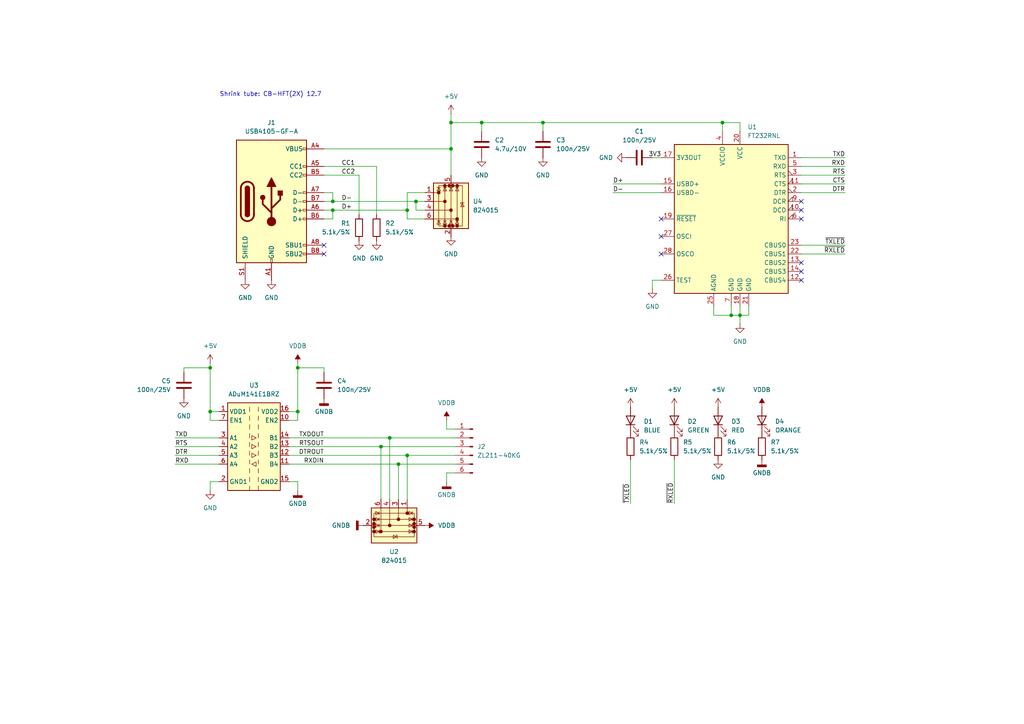
<source format=kicad_sch>
(kicad_sch (version 20231120) (generator "eeschema") (generator_version "8.0")
  (paper "A4")
  (lib_symbols
    (symbol "Connector:Conn_01x06_Pin" (pin_names (offset 1.016) hide)
      (property "Reference" "J" (at 0 7.62 0))
      (property "Value" "Conn_01x06_Pin" (at 0 -10.16 0))
      (symbol "Conn_01x06_Pin_1_1"
        (polyline (pts (xy 1.27 -7.62) (xy 0.8636 -7.62)) (stroke (width 0.1524)))
        (polyline (pts (xy 1.27 -5.08) (xy 0.8636 -5.08)) (stroke (width 0.1524)))
        (polyline (pts (xy 1.27 -2.54) (xy 0.8636 -2.54)) (stroke (width 0.1524)))
        (polyline (pts (xy 1.27 0) (xy 0.8636 0)) (stroke (width 0.1524)))
        (polyline (pts (xy 1.27 2.54) (xy 0.8636 2.54)) (stroke (width 0.1524)))
        (polyline (pts (xy 1.27 5.08) (xy 0.8636 5.08)) (stroke (width 0.1524)))
        (rectangle (start 0.8636 -7.493) (end 0 -7.747) (stroke (width 0.1524)) (fill (type outline)))
        (rectangle (start 0.8636 -4.953) (end 0 -5.207) (stroke (width 0.1524)) (fill (type outline)))
        (rectangle (start 0.8636 -2.413) (end 0 -2.667) (stroke (width 0.1524)) (fill (type outline)))
        (rectangle (start 0.8636 0.127) (end 0 -0.127) (stroke (width 0.1524)) (fill (type outline)))
        (rectangle (start 0.8636 2.667) (end 0 2.413) (stroke (width 0.1524)) (fill (type outline)))
        (rectangle (start 0.8636 5.207) (end 0 4.953) (stroke (width 0.1524)) (fill (type outline)))
        (pin passive line (at 5.08 5.08 180) (length 3.81) (name "Pin_1") (number "1"))
        (pin passive line (at 5.08 2.54 180) (length 3.81) (name "Pin_2") (number "2"))
        (pin passive line (at 5.08 0 180) (length 3.81) (name "Pin_3") (number "3"))
        (pin passive line (at 5.08 -2.54 180) (length 3.81) (name "Pin_4") (number "4"))
        (pin passive line (at 5.08 -5.08 180) (length 3.81) (name "Pin_5") (number "5"))
        (pin passive line (at 5.08 -7.62 180) (length 3.81) (name "Pin_6") (number "6"))
      )
    )
    (symbol "Connector:USB_C_Receptacle_USB2.0_16P" (pin_names (offset 1.016))
      (property "Reference" "J" (at 0 22.225 0))
      (property "Value" "USB_C_Receptacle_USB2.0_16P" (at 0 19.685 0))
      (symbol "USB_C_Receptacle_USB2.0_16P_0_0"
        (rectangle (start -0.254 -17.78) (end 0.254 -16.764))
        (rectangle (start 10.16 -14.986) (end 9.144 -15.494))
        (rectangle (start 10.16 -12.446) (end 9.144 -12.954))
        (rectangle (start 10.16 -4.826) (end 9.144 -5.334))
        (rectangle (start 10.16 -2.286) (end 9.144 -2.794))
        (rectangle (start 10.16 0.254) (end 9.144 -0.254))
        (rectangle (start 10.16 2.794) (end 9.144 2.286))
        (rectangle (start 10.16 7.874) (end 9.144 7.366))
        (rectangle (start 10.16 10.414) (end 9.144 9.906))
        (rectangle (start 10.16 15.494) (end 9.144 14.986))
      )
      (symbol "USB_C_Receptacle_USB2.0_16P_0_1"
        (rectangle (start -10.16 17.78) (end 10.16 -17.78) (stroke (width 0.254)) (fill (type background)))
        (arc (start -8.89 -3.81) (mid -6.985 -5.7067) (end -5.08 -3.81) (stroke (width 0.508)))
        (arc (start -7.62 -3.81) (mid -6.985 -4.4423) (end -6.35 -3.81) (stroke (width 0.254)))
        (arc (start -7.62 -3.81) (mid -6.985 -4.4423) (end -6.35 -3.81) (stroke (width 0.254)) (fill (type outline)))
        (rectangle (start -7.62 -3.81) (end -6.35 3.81) (stroke (width 0.254)) (fill (type outline)))
        (arc (start -6.35 3.81) (mid -6.985 4.4423) (end -7.62 3.81) (stroke (width 0.254)))
        (arc (start -6.35 3.81) (mid -6.985 4.4423) (end -7.62 3.81) (stroke (width 0.254)) (fill (type outline)))
        (arc (start -5.08 3.81) (mid -6.985 5.7067) (end -8.89 3.81) (stroke (width 0.508)))
        (circle (center -2.54 1.143) (radius 0.635) (stroke (width 0.254)) (fill (type outline)))
        (circle (center 0 -5.842) (radius 1.27) (fill (type outline)))
        (polyline (pts (xy -8.89 -3.81) (xy -8.89 3.81)) (stroke (width 0.508)))
        (polyline (pts (xy -5.08 3.81) (xy -5.08 -3.81)) (stroke (width 0.508)))
        (polyline (pts (xy 0 -5.842) (xy 0 4.318)) (stroke (width 0.508)))
        (polyline (pts (xy 0 -3.302) (xy -2.54 -0.762) (xy -2.54 0.508)) (stroke (width 0.508)))
        (polyline (pts (xy 0 -2.032) (xy 2.54 0.508) (xy 2.54 1.778)) (stroke (width 0.508)))
        (polyline (pts (xy -1.27 4.318) (xy 0 6.858) (xy 1.27 4.318) (xy -1.27 4.318)) (stroke (width 0.254)) (fill (type outline)))
        (rectangle (start 1.905 1.778) (end 3.175 3.048) (stroke (width 0.254)) (fill (type outline)))
      )
      (symbol "USB_C_Receptacle_USB2.0_16P_1_1"
        (pin passive line (at 0 -22.86 90) (length 5.08) (name "GND") (number "A1"))
        (pin passive line (at 0 -22.86 90) (length 5.08) hide (name "GND") (number "A12"))
        (pin passive line (at 15.24 15.24 180) (length 5.08) (name "VBUS") (number "A4"))
        (pin bidirectional line (at 15.24 10.16 180) (length 5.08) (name "CC1") (number "A5"))
        (pin bidirectional line (at 15.24 -2.54 180) (length 5.08) (name "D+") (number "A6"))
        (pin bidirectional line (at 15.24 2.54 180) (length 5.08) (name "D-") (number "A7"))
        (pin bidirectional line (at 15.24 -12.7 180) (length 5.08) (name "SBU1") (number "A8"))
        (pin passive line (at 15.24 15.24 180) (length 5.08) hide (name "VBUS") (number "A9"))
        (pin passive line (at 0 -22.86 90) (length 5.08) hide (name "GND") (number "B1"))
        (pin passive line (at 0 -22.86 90) (length 5.08) hide (name "GND") (number "B12"))
        (pin passive line (at 15.24 15.24 180) (length 5.08) hide (name "VBUS") (number "B4"))
        (pin bidirectional line (at 15.24 7.62 180) (length 5.08) (name "CC2") (number "B5"))
        (pin bidirectional line (at 15.24 -5.08 180) (length 5.08) (name "D+") (number "B6"))
        (pin bidirectional line (at 15.24 0 180) (length 5.08) (name "D-") (number "B7"))
        (pin bidirectional line (at 15.24 -15.24 180) (length 5.08) (name "SBU2") (number "B8"))
        (pin passive line (at 15.24 15.24 180) (length 5.08) hide (name "VBUS") (number "B9"))
        (pin passive line (at -7.62 -22.86 90) (length 5.08) (name "SHIELD") (number "S1"))
      )
    )
    (symbol "Device:C" (pin_numbers hide) (pin_names (offset 0.254))
      (property "Reference" "C" (at 0.635 2.54 0))
      (property "Value" "C" (at 0.635 -2.54 0))
      (symbol "C_0_1"
        (polyline (pts (xy -2.032 -0.762) (xy 2.032 -0.762)) (stroke (width 0.508)))
        (polyline (pts (xy -2.032 0.762) (xy 2.032 0.762)) (stroke (width 0.508)))
      )
      (symbol "C_1_1"
        (pin passive line (at 0 3.81 270) (length 2.794) (name "~") (number "1"))
        (pin passive line (at 0 -3.81 90) (length 2.794) (name "~") (number "2"))
      )
    )
    (symbol "Device:LED" (pin_numbers hide) (pin_names (offset 1.016) hide)
      (property "Reference" "D" (at 0 2.54 0))
      (property "Value" "LED" (at 0 -2.54 0))
      (symbol "LED_0_1"
        (polyline (pts (xy -1.27 -1.27) (xy -1.27 1.27)) (stroke (width 0.254)))
        (polyline (pts (xy -1.27 0) (xy 1.27 0)))
        (polyline (pts (xy 1.27 -1.27) (xy 1.27 1.27) (xy -1.27 0) (xy 1.27 -1.27)) (stroke (width 0.254)))
        (polyline (pts (xy -3.048 -0.762) (xy -4.572 -2.286) (xy -3.81 -2.286) (xy -4.572 -2.286) (xy -4.572 -1.524)))
        (polyline (pts (xy -1.778 -0.762) (xy -3.302 -2.286) (xy -2.54 -2.286) (xy -3.302 -2.286) (xy -3.302 -1.524)))
      )
      (symbol "LED_1_1"
        (pin passive line (at -3.81 0 0) (length 2.54) (name "K") (number "1"))
        (pin passive line (at 3.81 0 180) (length 2.54) (name "A") (number "2"))
      )
    )
    (symbol "Device:R" (pin_numbers hide) (pin_names (offset 0))
      (property "Reference" "R" (at 2.032 0 90))
      (property "Value" "R" (at 0 0 90))
      (symbol "R_0_1"
        (rectangle (start -1.016 -2.54) (end 1.016 2.54) (stroke (width 0.254)))
      )
      (symbol "R_1_1"
        (pin passive line (at 0 3.81 270) (length 1.27) (name "~") (number "1"))
        (pin passive line (at 0 -3.81 90) (length 1.27) (name "~") (number "2"))
      )
    )
    (symbol "Interface_USB:FT232RL"
      (property "Reference" "U" (at -16.51 22.86 0))
      (property "Value" "FT232RL" (at 10.16 22.86 0))
      (symbol "FT232RL_0_1"
        (rectangle (start -16.51 21.59) (end 16.51 -21.59) (stroke (width 0.254)) (fill (type background)))
      )
      (symbol "FT232RL_1_1"
        (pin output line (at 20.32 17.78 180) (length 3.81) (name "TXD") (number "1"))
        (pin input input_low (at 20.32 2.54 180) (length 3.81) (name "DCD") (number "10"))
        (pin input input_low (at 20.32 10.16 180) (length 3.81) (name "CTS") (number "11"))
        (pin bidirectional line (at 20.32 -17.78 180) (length 3.81) (name "CBUS4") (number "12"))
        (pin bidirectional line (at 20.32 -12.7 180) (length 3.81) (name "CBUS2") (number "13"))
        (pin bidirectional line (at 20.32 -15.24 180) (length 3.81) (name "CBUS3") (number "14"))
        (pin bidirectional line (at -20.32 10.16 0) (length 3.81) (name "USBD+") (number "15"))
        (pin bidirectional line (at -20.32 7.62 0) (length 3.81) (name "USBD-") (number "16"))
        (pin power_out line (at -20.32 17.78 0) (length 3.81) (name "3V3OUT") (number "17"))
        (pin power_in line (at 2.54 -25.4 90) (length 3.81) (name "GND") (number "18"))
        (pin input line (at -20.32 0 0) (length 3.81) (name "~{RESET}") (number "19"))
        (pin output output_low (at 20.32 7.62 180) (length 3.81) (name "DTR") (number "2"))
        (pin power_in line (at 2.54 25.4 270) (length 3.81) (name "VCC") (number "20"))
        (pin power_in line (at 5.08 -25.4 90) (length 3.81) (name "GND") (number "21"))
        (pin bidirectional line (at 20.32 -10.16 180) (length 3.81) (name "CBUS1") (number "22"))
        (pin bidirectional line (at 20.32 -7.62 180) (length 3.81) (name "CBUS0") (number "23"))
        (pin power_in line (at -5.08 -25.4 90) (length 3.81) (name "AGND") (number "25"))
        (pin input line (at -20.32 -17.78 0) (length 3.81) (name "TEST") (number "26"))
        (pin input line (at -20.32 -5.08 0) (length 3.81) (name "OSCI") (number "27"))
        (pin output line (at -20.32 -10.16 0) (length 3.81) (name "OSCO") (number "28"))
        (pin output output_low (at 20.32 12.7 180) (length 3.81) (name "RTS") (number "3"))
        (pin power_in line (at -2.54 25.4 270) (length 3.81) (name "VCCIO") (number "4"))
        (pin input line (at 20.32 15.24 180) (length 3.81) (name "RXD") (number "5"))
        (pin input input_low (at 20.32 0 180) (length 3.81) (name "RI") (number "6"))
        (pin power_in line (at 0 -25.4 90) (length 3.81) (name "GND") (number "7"))
        (pin input input_low (at 20.32 5.08 180) (length 3.81) (name "DCR") (number "9"))
      )
    )
    (symbol "Isolator:Si8641EC-B-IS1"
      (property "Reference" "U" (at 0 15.875 0))
      (property "Value" "Si8641EC-B-IS1" (at 0 13.97 0))
      (symbol "Si8641EC-B-IS1_0_1"
        (rectangle (start -7.62 12.7) (end 7.62 -12.7) (stroke (width 0.254)) (fill (type background)))
        (polyline (pts (xy -1.27 -11.43) (xy -1.27 -12.7)))
        (polyline (pts (xy -1.27 -8.89) (xy -1.27 -10.16)))
        (polyline (pts (xy -1.27 -6.35) (xy -1.27 -7.62)))
        (polyline (pts (xy -1.27 -3.81) (xy -1.27 -5.08)))
        (polyline (pts (xy -1.27 -1.27) (xy -1.27 -2.54)))
        (polyline (pts (xy -1.27 1.27) (xy -1.27 0)))
        (polyline (pts (xy -1.27 3.81) (xy -1.27 2.54)))
        (polyline (pts (xy -1.27 6.35) (xy -1.27 5.08)))
        (polyline (pts (xy -1.27 8.89) (xy -1.27 7.62)))
        (polyline (pts (xy -1.27 11.43) (xy -1.27 10.16)))
        (polyline (pts (xy 1.27 -11.43) (xy 1.27 -12.7)))
        (polyline (pts (xy 1.27 -8.89) (xy 1.27 -10.16)))
        (polyline (pts (xy 1.27 -6.35) (xy 1.27 -7.62)))
        (polyline (pts (xy 1.27 -3.81) (xy 1.27 -5.08)))
        (polyline (pts (xy 1.27 -1.27) (xy 1.27 -2.54)))
        (polyline (pts (xy 1.27 1.27) (xy 1.27 0)))
        (polyline (pts (xy 1.27 3.81) (xy 1.27 2.54)))
        (polyline (pts (xy 1.27 6.35) (xy 1.27 5.08)))
        (polyline (pts (xy 1.27 8.89) (xy 1.27 7.62)))
        (polyline (pts (xy 1.27 11.43) (xy 1.27 10.16)))
        (polyline (pts (xy -0.635 -5.08) (xy 0.635 -4.445) (xy 0.635 -5.715) (xy -0.635 -5.08)))
        (polyline (pts (xy -0.635 0.635) (xy -0.635 -0.635) (xy 0.635 0) (xy -0.635 0.635)))
        (polyline (pts (xy -0.635 3.175) (xy -0.635 1.905) (xy 0.635 2.54) (xy -0.635 3.175)))
        (polyline (pts (xy 0.635 -2.54) (xy -0.635 -1.905) (xy -0.635 -3.175) (xy 0.635 -2.54)))
      )
      (symbol "Si8641EC-B-IS1_1_1"
        (pin power_in line (at -10.16 10.16 0) (length 2.54) (name "VDD1") (number "1"))
        (pin input line (at 10.16 7.62 180) (length 2.54) (name "EN2") (number "10"))
        (pin input line (at 10.16 -5.08 180) (length 2.54) (name "B4") (number "11"))
        (pin output line (at 10.16 -2.54 180) (length 2.54) (name "B3") (number "12"))
        (pin output line (at 10.16 0 180) (length 2.54) (name "B2") (number "13"))
        (pin output line (at 10.16 2.54 180) (length 2.54) (name "B1") (number "14"))
        (pin power_in line (at 10.16 -10.16 180) (length 2.54) (name "GND2") (number "15"))
        (pin power_in line (at 10.16 10.16 180) (length 2.54) (name "VDD2") (number "16"))
        (pin power_in line (at -10.16 -10.16 0) (length 2.54) (name "GND1") (number "2"))
        (pin input line (at -10.16 2.54 0) (length 2.54) (name "A1") (number "3"))
        (pin input line (at -10.16 0 0) (length 2.54) (name "A2") (number "4"))
        (pin input line (at -10.16 -2.54 0) (length 2.54) (name "A3") (number "5"))
        (pin output line (at -10.16 -5.08 0) (length 2.54) (name "A4") (number "6"))
        (pin input line (at -10.16 7.62 0) (length 2.54) (name "EN1") (number "7"))
        (pin passive line (at -10.16 -10.16 0) (length 2.54) hide (name "GND1") (number "8"))
        (pin passive line (at 10.16 -10.16 180) (length 2.54) hide (name "GND2") (number "9"))
      )
    )
    (symbol "Power_Protection:WE-TVS-824015043" (pin_names hide)
      (property "Reference" "U" (at 0 12.7 0))
      (property "Value" "WE-TVS-824015043" (at 0 10.16 0))
      (symbol "WE-TVS-824015043_0_0"
        (circle (center -3.556 2.54) (radius 0.0001) (stroke (width 0.508)))
        (circle (center -1.778 -7.112) (radius 0.0001) (stroke (width 0.508)))
        (circle (center -1.778 0) (radius 0.0001) (stroke (width 0.508)))
        (circle (center -1.778 4.572) (radius 0.0001) (stroke (width 0.508)))
        (circle (center -0.508 -7.112) (radius 0.0001) (stroke (width 0.508)))
        (circle (center -0.508 4.572) (radius 0.0001) (stroke (width 0.508)))
        (circle (center 0 -2.54) (radius 0.0001) (stroke (width 0.508)))
        (circle (center 0.508 -7.112) (radius 0.0001) (stroke (width 0.508)))
        (circle (center 0.508 4.572) (radius 0.0001) (stroke (width 0.508)))
        (circle (center 1.778 -7.112) (radius 0.0001) (stroke (width 0.508)))
        (circle (center 1.778 -5.08) (radius 0.0001) (stroke (width 0.508)))
        (circle (center 1.778 4.572) (radius 0.0001) (stroke (width 0.508)))
      )
      (symbol "WE-TVS-824015043_0_1"
        (polyline (pts (xy -5.08 -5.08) (xy 1.778 -5.08)))
        (polyline (pts (xy -5.08 -2.54) (xy 0 -2.54)))
        (polyline (pts (xy -5.08 0) (xy -1.778 0)))
        (polyline (pts (xy -5.08 2.54) (xy -3.556 2.54)))
        (polyline (pts (xy -4.064 -5.588) (xy -3.048 -5.588)))
        (polyline (pts (xy -3.048 4.064) (xy -4.064 4.064)))
        (polyline (pts (xy -2.286 -5.588) (xy -1.27 -5.588)))
        (polyline (pts (xy -2.286 4.064) (xy -1.27 4.064)))
        (polyline (pts (xy -0.508 -5.588) (xy 0.508 -5.588)))
        (polyline (pts (xy 0 5.08) (xy 0.508 4.572)))
        (polyline (pts (xy 0.508 -7.112) (xy -0.508 -7.112)))
        (polyline (pts (xy 0.508 4.064) (xy -0.508 4.064)))
        (polyline (pts (xy 1.27 4.064) (xy 2.286 4.064)))
        (polyline (pts (xy 2.286 -5.588) (xy 1.27 -5.588)))
        (polyline (pts (xy 2.794 -0.762) (xy 2.794 -0.381) (xy 3.81 -0.381)))
        (polyline (pts (xy -4.064 3.048) (xy -3.048 3.048) (xy -3.556 4.064) (xy -4.064 3.048)))
        (polyline (pts (xy -3.048 -6.604) (xy -4.064 -6.604) (xy -3.556 -5.588) (xy -3.048 -6.604)))
        (polyline (pts (xy -1.27 -6.604) (xy -2.286 -6.604) (xy -1.778 -5.588) (xy -1.27 -6.604)))
        (polyline (pts (xy -1.27 3.048) (xy -2.286 3.048) (xy -1.778 4.064) (xy -1.27 3.048)))
        (polyline (pts (xy -0.508 -6.604) (xy 0.508 -6.604) (xy 0 -5.588) (xy -0.508 -6.604)))
        (polyline (pts (xy -0.508 3.048) (xy 0.508 3.048) (xy 0 4.064) (xy -0.508 3.048)))
        (polyline (pts (xy 1.27 -6.604) (xy 2.286 -6.604) (xy 1.778 -5.588) (xy 1.27 -6.604)))
        (polyline (pts (xy 1.778 4.572) (xy 3.302 4.572) (xy 3.302 -7.112) (xy 1.778 -7.112)))
        (polyline (pts (xy 2.286 3.048) (xy 1.27 3.048) (xy 1.778 4.064) (xy 2.286 3.048)))
        (polyline (pts (xy 3.81 -1.524) (xy 2.794 -1.524) (xy 3.302 -0.508) (xy 3.81 -1.524)))
      )
      (symbol "WE-TVS-824015043_1_1"
        (rectangle (start -5.08 5.334) (end 5.08 -7.874) (stroke (width 0.254)) (fill (type background)))
        (polyline (pts (xy -1.778 4.572) (xy -3.556 4.572) (xy -3.556 -7.112) (xy -1.778 -7.112)))
        (polyline (pts (xy -0.508 4.572) (xy 1.778 4.572) (xy 1.778 -7.112) (xy 0.508 -7.112)))
        (polyline (pts (xy 0.508 -7.112) (xy 0 -6.604) (xy 0 4.064) (xy -0.508 4.572)))
        (polyline (pts (xy 0 -7.62) (xy -0.508 -7.112) (xy -1.778 -7.112) (xy -1.778 4.572) (xy -0.508 4.572)))
        (pin passive line (at -7.62 2.54 0) (length 2.54) (name "I/O1") (number "1"))
        (pin passive line (at 0 -10.16 90) (length 2.54) (name "GND") (number "2"))
        (pin passive line (at -7.62 0 0) (length 2.54) (name "I/O2") (number "3"))
        (pin passive line (at -7.62 -2.54 0) (length 2.54) (name "I/O3") (number "4"))
        (pin passive line (at 0 7.62 270) (length 2.54) (name "VBUS") (number "5"))
        (pin passive line (at -7.62 -5.08 0) (length 2.54) (name "I/O4") (number "6"))
      )
    )
    (symbol "power:+5V" (power) (pin_numbers hide) (pin_names (offset 0) hide)
      (property "Value" "+5V" (at 0 3.556 0))
      (symbol "+5V_0_1"
        (polyline (pts (xy -0.762 1.27) (xy 0 2.54)))
        (polyline (pts (xy 0 0) (xy 0 2.54)))
        (polyline (pts (xy 0 2.54) (xy 0.762 1.27)))
      )
      (symbol "+5V_1_1"
        (pin power_in line (at 0 0 90) (length 0) (name "~") (number "1"))
      )
    )
    (symbol "power:GND" (power) (pin_numbers hide) (pin_names (offset 0) hide)
      (property "Value" "GND" (at 0 -3.81 0))
      (symbol "GND_0_1"
        (polyline (pts (xy 0 0) (xy 0 -1.27) (xy 1.27 -1.27) (xy 0 -2.54) (xy -1.27 -1.27) (xy 0 -1.27)))
      )
      (symbol "GND_1_1"
        (pin power_in line (at 0 0 270) (length 0) (name "~") (number "1"))
      )
    )
    (symbol "power:GNDD" (power) (pin_numbers hide) (pin_names (offset 0) hide)
      (property "Value" "GNDD" (at 0 -3.175 0))
      (symbol "GNDD_0_1"
        (rectangle (start -1.27 -1.524) (end 1.27 -2.032) (stroke (width 0.254)) (fill (type outline)))
        (polyline (pts (xy 0 0) (xy 0 -1.524)))
      )
      (symbol "GNDD_1_1"
        (pin power_in line (at 0 0 270) (length 0) (name "~") (number "1"))
      )
    )
    (symbol "power:VSS" (power) (pin_numbers hide) (pin_names (offset 0) hide)
      (property "Value" "VSS" (at 0 3.556 0))
      (symbol "VSS_0_1"
        (polyline (pts (xy 0 0) (xy 0 2.54)))
        (polyline (pts (xy 0.762 1.27) (xy -0.762 1.27) (xy 0 2.54) (xy 0.762 1.27)) (fill (type outline)))
      )
      (symbol "VSS_1_1"
        (pin power_in line (at 0 0 90) (length 0) (name "~") (number "1"))
      )
    )
  )
  (junction (at 118.11 132.08))
  (junction (at 130.81 43.18))
  (junction (at 139.7 35.56))
  (junction (at 214.63 91.44))
  (junction (at 120.65 58.42))
  (junction (at 209.55 35.56))
  (junction (at 96.52 60.96))
  (junction (at 212.09 91.44))
  (junction (at 60.96 119.38))
  (junction (at 157.48 35.56))
  (junction (at 115.57 134.62))
  (junction (at 86.36 119.38))
  (junction (at 110.49 129.54))
  (junction (at 86.36 106.68))
  (junction (at 118.11 60.96))
  (junction (at 130.81 35.56))
  (junction (at 60.96 106.68))
  (junction (at 113.03 127))
  (junction (at 96.52 58.42))
  (no_connect (at 232.41 60.96))
  (no_connect (at 232.41 58.42))
  (no_connect (at 93.98 73.66))
  (no_connect (at 232.41 63.5))
  (no_connect (at 232.41 76.2))
  (no_connect (at 232.41 78.74))
  (no_connect (at 191.77 68.58))
  (no_connect (at 191.77 63.5))
  (no_connect (at 191.77 73.66))
  (no_connect (at 93.98 71.12))
  (no_connect (at 232.41 81.28))
  (wire (pts (xy 217.17 88.9) (xy 217.17 91.44)))
  (wire (pts (xy 60.96 105.41) (xy 60.96 106.68)))
  (wire (pts (xy 212.09 88.9) (xy 212.09 91.44)))
  (wire (pts (xy 118.11 132.08) (xy 132.08 132.08)))
  (wire (pts (xy 139.7 35.56) (xy 130.81 35.56)))
  (wire (pts (xy 212.09 91.44) (xy 214.63 91.44)))
  (wire (pts (xy 104.14 50.8) (xy 93.98 50.8)))
  (wire (pts (xy 177.8 53.34) (xy 191.77 53.34)))
  (wire (pts (xy 182.88 133.35) (xy 182.88 146.05)))
  (wire (pts (xy 96.52 60.96) (xy 118.11 60.96)))
  (wire (pts (xy 83.82 121.92) (xy 86.36 121.92)))
  (wire (pts (xy 86.36 106.68) (xy 93.98 106.68)))
  (wire (pts (xy 129.54 137.16) (xy 132.08 137.16)))
  (wire (pts (xy 93.98 63.5) (xy 96.52 63.5)))
  (wire (pts (xy 110.49 129.54) (xy 132.08 129.54)))
  (wire (pts (xy 63.5 129.54) (xy 50.8 129.54)))
  (wire (pts (xy 115.57 134.62) (xy 115.57 144.78)))
  (wire (pts (xy 189.23 83.82) (xy 189.23 81.28)))
  (wire (pts (xy 209.55 35.56) (xy 214.63 35.56)))
  (wire (pts (xy 214.63 91.44) (xy 217.17 91.44)))
  (wire (pts (xy 130.81 35.56) (xy 130.81 43.18)))
  (wire (pts (xy 232.41 55.88) (xy 245.11 55.88)))
  (wire (pts (xy 118.11 132.08) (xy 118.11 144.78)))
  (wire (pts (xy 189.23 45.72) (xy 191.77 45.72)))
  (wire (pts (xy 120.65 60.96) (xy 120.65 58.42)))
  (wire (pts (xy 177.8 55.88) (xy 191.77 55.88)))
  (wire (pts (xy 83.82 119.38) (xy 86.36 119.38)))
  (wire (pts (xy 63.5 127) (xy 50.8 127)))
  (wire (pts (xy 129.54 139.7) (xy 129.54 137.16)))
  (wire (pts (xy 232.41 73.66) (xy 245.11 73.66)))
  (wire (pts (xy 214.63 35.56) (xy 214.63 38.1)))
  (wire (pts (xy 86.36 139.7) (xy 86.36 142.24)))
  (wire (pts (xy 63.5 121.92) (xy 60.96 121.92)))
  (wire (pts (xy 157.48 35.56) (xy 139.7 35.56)))
  (wire (pts (xy 157.48 35.56) (xy 209.55 35.56)))
  (wire (pts (xy 118.11 60.96) (xy 118.11 63.5)))
  (wire (pts (xy 113.03 127) (xy 113.03 144.78)))
  (wire (pts (xy 214.63 88.9) (xy 214.63 91.44)))
  (wire (pts (xy 93.98 60.96) (xy 96.52 60.96)))
  (wire (pts (xy 130.81 43.18) (xy 130.81 50.8)))
  (wire (pts (xy 83.82 134.62) (xy 115.57 134.62)))
  (wire (pts (xy 53.34 106.68) (xy 60.96 106.68)))
  (wire (pts (xy 60.96 121.92) (xy 60.96 119.38)))
  (wire (pts (xy 120.65 58.42) (xy 123.19 58.42)))
  (wire (pts (xy 104.14 62.23) (xy 104.14 50.8)))
  (wire (pts (xy 115.57 134.62) (xy 132.08 134.62)))
  (wire (pts (xy 207.01 91.44) (xy 212.09 91.44)))
  (wire (pts (xy 130.81 33.02) (xy 130.81 35.56)))
  (wire (pts (xy 118.11 55.88) (xy 118.11 60.96)))
  (wire (pts (xy 123.19 60.96) (xy 120.65 60.96)))
  (wire (pts (xy 96.52 60.96) (xy 96.52 63.5)))
  (wire (pts (xy 83.82 132.08) (xy 118.11 132.08)))
  (wire (pts (xy 93.98 43.18) (xy 130.81 43.18)))
  (wire (pts (xy 93.98 48.26) (xy 109.22 48.26)))
  (wire (pts (xy 129.54 121.92) (xy 129.54 124.46)))
  (wire (pts (xy 232.41 50.8) (xy 245.11 50.8)))
  (wire (pts (xy 129.54 124.46) (xy 132.08 124.46)))
  (wire (pts (xy 86.36 106.68) (xy 86.36 105.41)))
  (wire (pts (xy 53.34 107.95) (xy 53.34 106.68)))
  (wire (pts (xy 139.7 35.56) (xy 139.7 38.1)))
  (wire (pts (xy 83.82 129.54) (xy 110.49 129.54)))
  (wire (pts (xy 93.98 58.42) (xy 96.52 58.42)))
  (wire (pts (xy 110.49 129.54) (xy 110.49 144.78)))
  (wire (pts (xy 195.58 133.35) (xy 195.58 146.05)))
  (wire (pts (xy 209.55 38.1) (xy 209.55 35.56)))
  (wire (pts (xy 60.96 119.38) (xy 63.5 119.38)))
  (wire (pts (xy 109.22 48.26) (xy 109.22 62.23)))
  (wire (pts (xy 113.03 127) (xy 132.08 127)))
  (wire (pts (xy 93.98 55.88) (xy 96.52 55.88)))
  (wire (pts (xy 60.96 106.68) (xy 60.96 119.38)))
  (wire (pts (xy 123.19 63.5) (xy 118.11 63.5)))
  (wire (pts (xy 123.19 55.88) (xy 118.11 55.88)))
  (wire (pts (xy 60.96 139.7) (xy 63.5 139.7)))
  (wire (pts (xy 232.41 48.26) (xy 245.11 48.26)))
  (wire (pts (xy 189.23 81.28) (xy 191.77 81.28)))
  (wire (pts (xy 96.52 58.42) (xy 120.65 58.42)))
  (wire (pts (xy 83.82 139.7) (xy 86.36 139.7)))
  (wire (pts (xy 63.5 134.62) (xy 50.8 134.62)))
  (wire (pts (xy 207.01 88.9) (xy 207.01 91.44)))
  (wire (pts (xy 93.98 107.95) (xy 93.98 106.68)))
  (wire (pts (xy 232.41 53.34) (xy 245.11 53.34)))
  (wire (pts (xy 63.5 132.08) (xy 50.8 132.08)))
  (wire (pts (xy 86.36 121.92) (xy 86.36 119.38)))
  (wire (pts (xy 96.52 58.42) (xy 96.52 55.88)))
  (wire (pts (xy 86.36 119.38) (xy 86.36 106.68)))
  (wire (pts (xy 157.48 35.56) (xy 157.48 38.1)))
  (wire (pts (xy 83.82 127) (xy 113.03 127)))
  (wire (pts (xy 60.96 142.24) (xy 60.96 139.7)))
  (wire (pts (xy 232.41 71.12) (xy 245.11 71.12)))
  (wire (pts (xy 214.63 91.44) (xy 214.63 93.98)))
  (wire (pts (xy 232.41 45.72) (xy 245.11 45.72)))
  (text "Shrink tube: CB-HFT(2X) 12.7" (at 78.486 27.432 0) (effects (font (size 1.27 1.27))))
  (label "D+" (at 177.8 53.34 0))
  (label "TXD" (at 245.11 45.72 180))
  (label "RXDIN" (at 93.98 134.62 180))
  (label "RXD" (at 50.8 134.62 0))
  (label "TXD" (at 50.8 127 0))
  (label "D-" (at 99.06 58.42 0))
  (label "~{RXLED}" (at 195.58 146.05 90))
  (label "RTSOUT" (at 93.98 129.54 180))
  (label "RXD" (at 245.11 48.26 180))
  (label "~{TXLED}" (at 245.11 71.12 180))
  (label "D-" (at 177.8 55.88 0))
  (label "CC1" (at 99.06 48.26 0))
  (label "RTS" (at 50.8 129.54 0))
  (label "~{RXLED}" (at 245.11 73.66 180))
  (label "DTR" (at 245.11 55.88 180))
  (label "CTS" (at 245.11 53.34 180))
  (label "~{TXLED}" (at 182.88 146.05 90))
  (label "CC2" (at 99.06 50.8 0))
  (label "TXDOUT" (at 93.98 127 180))
  (label "DTR" (at 50.8 132.08 0))
  (label "DTROUT" (at 93.98 132.08 180))
  (label "RTS" (at 245.11 50.8 180))
  (label "3V3" (at 191.77 45.72 180))
  (label "D+" (at 99.06 60.96 0))
  (symbol (lib_id "power:+5V") (at 182.88 118.11 0) (unit 1)
    (property "Reference" "#PWR018" (effects (hide yes)))
    (property "Value" "+5V" (at 182.88 113.03 0))
    (property "Description" "Power symbol creates a global label with name \"+5V\"" (effects (hide yes)))
  )
  (symbol (lib_id "power:VSS") (at 123.19 152.4 270) (unit 1)
    (property "Reference" "#PWR028" (effects (hide yes)))
    (property "Value" "VDDB" (at 127 152.3999 90) (effects (justify left)))
    (property "Description" "Power symbol creates a global label with name \"VSS\"" (effects (hide yes)))
  )
  (symbol (lib_id "Interface_USB:FT232RL") (at 212.09 63.5 0) (unit 1)
    (property "Reference" "U1" (at 216.8241 36.83 0) (effects (justify left)))
    (property "Value" "FT232RNL" (at 216.8241 39.37 0) (effects (justify left)))
    (property "Footprint" "Package_SO:SSOP-28_5.3x10.2mm_P0.65mm" (effects (hide yes)))
    (property "Datasheet" "https://ftdichip.com/wp-content/uploads/2022/07/DS_FT232RN.pdf" (effects (hide yes)))
    (property "Description" "USB to Serial Interface, SSOP-28" (effects (hide yes)))
  )
  (symbol (lib_id "Power_Protection:WE-TVS-824015043") (at 115.57 152.4 270) (unit 1)
    (property "Reference" "U2" (at 114.3 160.02 90))
    (property "Value" "824015" (at 114.3 162.56 90))
    (property "Footprint" "Package_TO_SOT_SMD:SOT-23-6" (effects (hide yes)))
    (property "Datasheet" "https://www.we-online.com/components/products/datasheet/824015.pdf" (effects (hide yes)))
    (property "Description" "Low Capacitance TVS Diode Array, 2 Channels, SOT-23-6" (effects (hide yes)))
  )
  (symbol (lib_id "power:VSS") (at 220.98 118.11 0) (unit 1)
    (property "Reference" "#PWR021" (effects (hide yes)))
    (property "Value" "VDDB" (at 220.98 113.03 0))
    (property "Description" "Power symbol creates a global label with name \"VSS\"" (effects (hide yes)))
  )
  (symbol (lib_id "Device:C") (at 93.98 111.76 180) (unit 1)
    (property "Reference" "C4" (at 97.79 110.4899 0) (effects (justify right)))
    (property "Value" "100n/25V" (at 97.79 113.0299 0) (effects (justify right)))
    (property "Footprint" "Capacitor_SMD:C_0603_1608Metric" (effects (hide yes)))
    (property "Description" "Unpolarized capacitor" (effects (hide yes)))
  )
  (symbol (lib_id "power:GND") (at 53.34 115.57 0) (mirror y) (unit 1)
    (property "Reference" "#PWR025" (effects (hide yes)))
    (property "Value" "GND" (at 53.34 120.65 0))
    (property "Description" "Power symbol creates a global label with name \"GND\" , ground" (effects (hide yes)))
  )
  (symbol (lib_id "power:GND") (at 208.28 133.35 0) (unit 1)
    (property "Reference" "#PWR022" (effects (hide yes)))
    (property "Value" "GND" (at 208.28 138.43 0))
    (property "Description" "Power symbol creates a global label with name \"GND\" , ground" (effects (hide yes)))
  )
  (symbol (lib_id "power:GND") (at 181.61 45.72 270) (unit 1)
    (property "Reference" "#PWR04" (effects (hide yes)))
    (property "Value" "GND" (at 177.8 45.7199 90) (effects (justify right)))
    (property "Description" "Power symbol creates a global label with name \"GND\" , ground" (effects (hide yes)))
  )
  (symbol (lib_id "power:GND") (at 139.7 45.72 0) (unit 1)
    (property "Reference" "#PWR010" (effects (hide yes)))
    (property "Value" "GND" (at 139.7 50.8 0))
    (property "Description" "Power symbol creates a global label with name \"GND\" , ground" (effects (hide yes)))
  )
  (symbol (lib_id "Device:C") (at 139.7 41.91 0) (unit 1)
    (property "Reference" "C2" (at 143.51 40.6399 0) (effects (justify left)))
    (property "Value" "4.7u/10V" (at 143.51 43.1799 0) (effects (justify left)))
    (property "Footprint" "Capacitor_SMD:C_0805_2012Metric" (effects (hide yes)))
    (property "Description" "Unpolarized capacitor" (effects (hide yes)))
  )
  (symbol (lib_id "power:VSS") (at 129.54 121.92 0) (unit 1)
    (property "Reference" "#PWR012" (effects (hide yes)))
    (property "Value" "VDDB" (at 129.54 116.84 0))
    (property "Description" "Power symbol creates a global label with name \"VSS\"" (effects (hide yes)))
  )
  (symbol (lib_id "power:GNDD") (at 220.98 133.35 0) (unit 1)
    (property "Reference" "#PWR023" (effects (hide yes)))
    (property "Value" "GNDB" (at 220.98 137.16 0))
    (property "Description" "Power symbol creates a global label with name \"GNDD\" , digital ground" (effects (hide yes)))
  )
  (symbol (lib_id "Device:LED") (at 195.58 121.92 90) (unit 1)
    (property "Reference" "D2" (at 199.39 122.2374 90) (effects (justify right)))
    (property "Value" "GREEN" (at 199.39 124.7774 90) (effects (justify right)))
    (property "Footprint" "LED_SMD:LED_0603_1608Metric" (effects (hide yes)))
    (property "Description" "Light emitting diode" (effects (hide yes)))
  )
  (symbol (lib_id "Isolator:Si8641EC-B-IS1") (at 73.66 129.54 0) (unit 1)
    (property "Reference" "U3" (at 73.66 111.76 0))
    (property "Value" "ADuM141E1BRZ" (at 73.66 114.3 0))
    (property "Footprint" "Package_SO:SOIC-16_3.9x9.9mm_P1.27mm" (effects (hide yes)))
    (property "Datasheet" "https://www.analog.com/media/en/technical-documentation/data-sheets/ADuM140D_140E_141D_141E_142D_142E.pdf" (effects (hide yes)))
    (property "Description" "3.0 kV RMS/3.75 kV RMS Quad Digital Isolators" (effects (hide yes)))
  )
  (symbol (lib_id "Device:R") (at 208.28 129.54 0) (unit 1)
    (property "Reference" "R6" (at 210.82 128.2699 0) (effects (justify left)))
    (property "Value" "5.1k/5%" (at 210.82 130.8099 0) (effects (justify left)))
    (property "Footprint" "Resistor_SMD:R_0603_1608Metric" (effects (hide yes)))
    (property "Description" "Resistor" (effects (hide yes)))
  )
  (symbol (lib_id "power:GND") (at 71.12 81.28 0) (unit 1)
    (property "Reference" "#PWR06" (effects (hide yes)))
    (property "Value" "GND" (at 71.12 86.36 0))
    (property "Description" "Power symbol creates a global label with name \"GND\" , ground" (effects (hide yes)))
  )
  (symbol (lib_id "Device:C") (at 185.42 45.72 90) (unit 1)
    (property "Reference" "C1" (at 185.42 38.1 90))
    (property "Value" "100n/25V" (at 185.42 40.64 90))
    (property "Footprint" "Capacitor_SMD:C_0603_1608Metric" (effects (hide yes)))
    (property "Description" "Unpolarized capacitor" (effects (hide yes)))
  )
  (symbol (lib_id "power:+5V") (at 195.58 118.11 0) (unit 1)
    (property "Reference" "#PWR019" (effects (hide yes)))
    (property "Value" "+5V" (at 195.58 113.03 0))
    (property "Description" "Power symbol creates a global label with name \"+5V\"" (effects (hide yes)))
  )
  (symbol (lib_id "Device:LED") (at 220.98 121.92 90) (unit 1)
    (property "Reference" "D4" (at 224.79 122.2374 90) (effects (justify right)))
    (property "Value" "ORANGE" (at 224.79 124.7774 90) (effects (justify right)))
    (property "Footprint" "LED_SMD:LED_0603_1608Metric" (effects (hide yes)))
    (property "Description" "Light emitting diode" (effects (hide yes)))
  )
  (symbol (lib_id "Device:LED") (at 182.88 121.92 90) (unit 1)
    (property "Reference" "D1" (at 186.69 122.2374 90) (effects (justify right)))
    (property "Value" "BLUE" (at 186.69 124.7774 90) (effects (justify right)))
    (property "Footprint" "LED_SMD:LED_0603_1608Metric" (effects (hide yes)))
    (property "Description" "Light emitting diode" (effects (hide yes)))
  )
  (symbol (lib_id "power:GNDD") (at 105.41 152.4 270) (unit 1)
    (property "Reference" "#PWR027" (effects (hide yes)))
    (property "Value" "GNDB" (at 101.6 152.3999 90) (effects (justify right)))
    (property "Description" "Power symbol creates a global label with name \"GNDD\" , digital ground" (effects (hide yes)))
  )
  (symbol (lib_id "power:GND") (at 130.81 68.58 0) (unit 1)
    (property "Reference" "#PWR09" (effects (hide yes)))
    (property "Value" "GND" (at 130.81 73.66 0))
    (property "Description" "Power symbol creates a global label with name \"GND\" , ground" (effects (hide yes)))
  )
  (symbol (lib_id "power:GND") (at 78.74 81.28 0) (unit 1)
    (property "Reference" "#PWR05" (effects (hide yes)))
    (property "Value" "GND" (at 78.74 86.36 0))
    (property "Description" "Power symbol creates a global label with name \"GND\" , ground" (effects (hide yes)))
  )
  (symbol (lib_id "Power_Protection:WE-TVS-824015043") (at 130.81 58.42 0) (unit 1)
    (property "Reference" "U4" (at 137.16 58.4199 0) (effects (justify left)))
    (property "Value" "824015" (at 137.16 60.9599 0) (effects (justify left)))
    (property "Footprint" "Package_TO_SOT_SMD:SOT-23-6" (effects (hide yes)))
    (property "Datasheet" "https://www.we-online.com/components/products/datasheet/824015.pdf" (effects (hide yes)))
    (property "Description" "Low Capacitance TVS Diode Array, 2 Channels, SOT-23-6" (effects (hide yes)))
  )
  (symbol (lib_id "Device:R") (at 195.58 129.54 0) (unit 1)
    (property "Reference" "R5" (at 198.12 128.2699 0) (effects (justify left)))
    (property "Value" "5.1k/5%" (at 198.12 130.8099 0) (effects (justify left)))
    (property "Footprint" "Resistor_SMD:R_0603_1608Metric" (effects (hide yes)))
    (property "Description" "Resistor" (effects (hide yes)))
  )
  (symbol (lib_id "Device:C") (at 53.34 111.76 0) (mirror x) (unit 1)
    (property "Reference" "C5" (at 49.53 110.4899 0) (effects (justify right)))
    (property "Value" "100n/25V" (at 49.53 113.0299 0) (effects (justify right)))
    (property "Footprint" "Capacitor_SMD:C_0603_1608Metric" (effects (hide yes)))
    (property "Description" "Unpolarized capacitor" (effects (hide yes)))
  )
  (symbol (lib_id "power:GNDD") (at 93.98 115.57 0) (unit 1)
    (property "Reference" "#PWR024" (effects (hide yes)))
    (property "Value" "GNDB" (at 93.98 119.38 0))
    (property "Description" "Power symbol creates a global label with name \"GNDD\" , digital ground" (effects (hide yes)))
  )
  (symbol (lib_id "power:GND") (at 104.14 69.85 0) (unit 1)
    (property "Reference" "#PWR07" (effects (hide yes)))
    (property "Value" "GND" (at 104.14 74.93 0))
    (property "Description" "Power symbol creates a global label with name \"GND\" , ground" (effects (hide yes)))
  )
  (symbol (lib_id "power:GNDD") (at 129.54 139.7 0) (unit 1)
    (property "Reference" "#PWR013" (effects (hide yes)))
    (property "Value" "GNDB" (at 129.54 143.51 0))
    (property "Description" "Power symbol creates a global label with name \"GNDD\" , digital ground" (effects (hide yes)))
  )
  (symbol (lib_id "Device:R") (at 220.98 129.54 0) (unit 1)
    (property "Reference" "R7" (at 223.52 128.2699 0) (effects (justify left)))
    (property "Value" "5.1k/5%" (at 223.52 130.8099 0) (effects (justify left)))
    (property "Footprint" "Resistor_SMD:R_0603_1608Metric" (effects (hide yes)))
    (property "Description" "Resistor" (effects (hide yes)))
  )
  (symbol (lib_id "Device:LED") (at 208.28 121.92 90) (unit 1)
    (property "Reference" "D3" (at 212.09 122.2374 90) (effects (justify right)))
    (property "Value" "RED" (at 212.09 124.7774 90) (effects (justify right)))
    (property "Footprint" "LED_SMD:LED_0603_1608Metric" (effects (hide yes)))
    (property "Description" "Light emitting diode" (effects (hide yes)))
  )
  (symbol (lib_id "Device:R") (at 109.22 66.04 0) (unit 1)
    (property "Reference" "R2" (at 111.76 64.7699 0) (effects (justify left)))
    (property "Value" "5.1k/5%" (at 111.76 67.3099 0) (effects (justify left)))
    (property "Footprint" "Resistor_SMD:R_0603_1608Metric" (effects (hide yes)))
    (property "Description" "Resistor" (effects (hide yes)))
  )
  (symbol (lib_id "power:GNDD") (at 86.36 142.24 0) (unit 1)
    (property "Reference" "#PWR014" (effects (hide yes)))
    (property "Value" "GNDB" (at 86.36 146.05 0))
    (property "Description" "Power symbol creates a global label with name \"GNDD\" , digital ground" (effects (hide yes)))
  )
  (symbol (lib_id "power:+5V") (at 60.96 105.41 0) (unit 1)
    (property "Reference" "#PWR017" (effects (hide yes)))
    (property "Value" "+5V" (at 60.96 100.33 0))
    (property "Description" "Power symbol creates a global label with name \"+5V\"" (effects (hide yes)))
  )
  (symbol (lib_id "power:GND") (at 189.23 83.82 0) (unit 1)
    (property "Reference" "#PWR03" (effects (hide yes)))
    (property "Value" "GND" (at 189.23 88.9 0))
    (property "Description" "Power symbol creates a global label with name \"GND\" , ground" (effects (hide yes)))
  )
  (symbol (lib_id "power:GND") (at 157.48 45.72 0) (unit 1)
    (property "Reference" "#PWR011" (effects (hide yes)))
    (property "Value" "GND" (at 157.48 50.8 0))
    (property "Description" "Power symbol creates a global label with name \"GND\" , ground" (effects (hide yes)))
  )
  (symbol (lib_id "Device:C") (at 157.48 41.91 180) (unit 1)
    (property "Reference" "C3" (at 161.29 40.6399 0) (effects (justify right)))
    (property "Value" "100n/25V" (at 161.29 43.1799 0) (effects (justify right)))
    (property "Footprint" "Capacitor_SMD:C_0603_1608Metric" (effects (hide yes)))
    (property "Description" "Unpolarized capacitor" (effects (hide yes)))
  )
  (symbol (lib_id "power:VSS") (at 86.36 105.41 0) (unit 1)
    (property "Reference" "#PWR016" (effects (hide yes)))
    (property "Value" "VDDB" (at 86.36 100.33 0))
    (property "Description" "Power symbol creates a global label with name \"VSS\"" (effects (hide yes)))
  )
  (symbol (lib_id "power:GND") (at 60.96 142.24 0) (unit 1)
    (property "Reference" "#PWR015" (effects (hide yes)))
    (property "Value" "GND" (at 60.96 147.32 0))
    (property "Description" "Power symbol creates a global label with name \"GND\" , ground" (effects (hide yes)))
  )
  (symbol (lib_id "power:+5V") (at 208.28 118.11 0) (unit 1)
    (property "Reference" "#PWR020" (effects (hide yes)))
    (property "Value" "+5V" (at 208.28 113.03 0))
    (property "Description" "Power symbol creates a global label with name \"+5V\"" (effects (hide yes)))
  )
  (symbol (lib_id "Connector:Conn_01x06_Pin") (at 137.16 129.54 0) (mirror y) (unit 1)
    (property "Reference" "J2" (at 138.43 129.5399 0) (effects (justify right)))
    (property "Value" "ZL211-40KG" (at 138.43 132.0799 0) (effects (justify right)))
    (property "Footprint" "Connector_PinHeader_2.54mm:PinHeader_1x06_P2.54mm_Horizontal" (effects (hide yes)))
    (property "Description" "Generic connector, single row, 01x06, script generated" (effects (hide yes)))
  )
  (symbol (lib_id "Device:R") (at 104.14 66.04 0) (mirror y) (unit 1)
    (property "Reference" "R1" (at 101.6 64.7699 0) (effects (justify left)))
    (property "Value" "5.1k/5%" (at 101.6 67.3099 0) (effects (justify left)))
    (property "Footprint" "Resistor_SMD:R_0603_1608Metric" (effects (hide yes)))
    (property "Description" "Resistor" (effects (hide yes)))
  )
  (symbol (lib_id "Device:R") (at 182.88 129.54 0) (unit 1)
    (property "Reference" "R4" (at 185.42 128.2699 0) (effects (justify left)))
    (property "Value" "5.1k/5%" (at 185.42 130.8099 0) (effects (justify left)))
    (property "Footprint" "Resistor_SMD:R_0603_1608Metric" (effects (hide yes)))
    (property "Description" "Resistor" (effects (hide yes)))
  )
  (symbol (lib_id "power:+5V") (at 130.81 33.02 0) (unit 1)
    (property "Reference" "#PWR01" (effects (hide yes)))
    (property "Value" "+5V" (at 130.81 27.94 0))
    (property "Description" "Power symbol creates a global label with name \"+5V\"" (effects (hide yes)))
  )
  (symbol (lib_id "power:GND") (at 214.63 93.98 0) (unit 1)
    (property "Reference" "#PWR02" (effects (hide yes)))
    (property "Value" "GND" (at 214.63 99.06 0))
    (property "Description" "Power symbol creates a global label with name \"GND\" , ground" (effects (hide yes)))
  )
  (symbol (lib_id "power:GND") (at 109.22 69.85 0) (unit 1)
    (property "Reference" "#PWR08" (effects (hide yes)))
    (property "Value" "GND" (at 109.22 74.93 0))
    (property "Description" "Power symbol creates a global label with name \"GND\" , ground" (effects (hide yes)))
  )
  (symbol (lib_id "Connector:USB_C_Receptacle_USB2.0_16P") (at 78.74 58.42 0) (unit 1)
    (property "Reference" "J1" (at 78.74 35.56 0))
    (property "Value" "USB4105-GF-A" (at 78.74 38.1 0))
    (property "Footprint" "Connector_USB:USB_C_Receptacle_GCT_USB4105-xx-A_16P_TopMnt_Horizontal" (effects (hide yes)))
    (property "Datasheet" "https://gct.co/connector/usb4105" (effects (hide yes)))
    (property "Description" "USB 2.0-only 16P Type-C Receptacle connector" (effects (hide yes)))
  )
)
</source>
